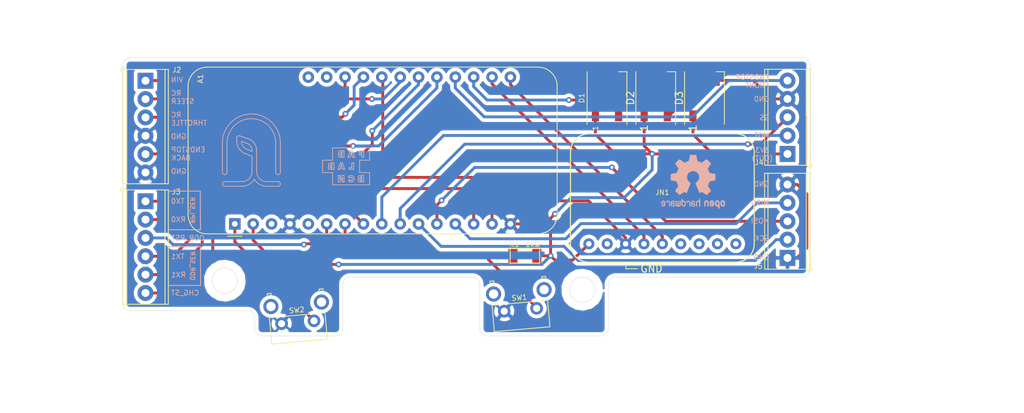
<source format=kicad_pcb>
(kicad_pcb (version 20211014) (generator pcbnew)
  (layers (0 "F.Cu" signal) (31 "B.Cu" signal) (34 "B.Paste" user) (35 "F.Paste" user) (36 "B.SilkS" user "B.Silkscreen") (37 "F.SilkS" user "F.Silkscreen") (38 "B.Mask" user) (39 "F.Mask" user) (44 "Edge.Cuts" user))
  (net 0 "")
  (net 1 "LED_DIN")
  (net 2 "ENDSTOP_BACK")
  (net 3 "ENDSTOP_FRONT")
  (net 4 "RST_BUTTON")
  (net 5 "3V3")
  (net 6 "GND")
  (net 7 "ODRIVE_RST")
  (net 8 "USER_BUTTON")
  (net 9 "CHG_ST_HOME")
  (net 10 "SDA")
  (net 11 "SCL")
  (net 12 "RC_STR")
  (net 13 "RC_THROTTLE")
  (net 14 "ADNS_MOT")
  (net 15 "ADNS_SS")
  (net 16 "SCK")
  (net 17 "MISO")
  (net 18 "MOSI")
  (net 19 "5V")
  (net 20 "Net-(D1-Pad2)")
  (net 21 "Net-(D2-Pad2)")
  (net 22 "TX0")
  (net 23 "RX0")
  (net 24 "RX1")
  (net 25 "TX1")
  (footprint "Module:Adafruit_Feather" (layer "F.Cu") (at 96 74.39 90)
    (fp_text reference "A1" (at 20.09 -4.75 90) (layer "F.SilkS") (effects (font (size 0.7 0.7) (thickness 0.1))))
    (fp_text value "Adafruit_Feather_M0_Basic_Proto")
    (pad "1" thru_hole rect locked (at 0 0 270) (size 1.6 1.6) (drill 0.8) (layers *.Cu *.Mask) (net 4 "RST_BUTTON"))
    (pad "2" thru_hole circle locked (at 0 2.54 270) (size 1.6 1.6) (drill 0.8) (layers *.Cu *.Mask) (net 5 "3V3"))
    (pad "3" thru_hole circle locked (at 0 5.08 270) (size 1.6 1.6) (drill 0.8) (layers *.Cu *.Mask))
    (pad "4" thru_hole circle locked (at 0 7.62 270) (size 1.6 1.6) (drill 0.8) (layers *.Cu *.Mask) (net 6 "GND"))
    (pad "5" thru_hole circle locked (at 0 10.16 270) (size 1.6 1.6) (drill 0.8) (layers *.Cu *.Mask))
    (pad "6" thru_hole circle locked (at 0 12.7 270) (size 1.6 1.6) (drill 0.8) (layers *.Cu *.Mask) (net 7 "ODRIVE_RST"))
    (pad "7" thru_hole circle locked (at 0 15.24 270) (size 1.6 1.6) (drill 0.8) (layers *.Cu *.Mask) (net 8 "USER_BUTTON"))
    (pad "8" thru_hole circle locked (at 0 17.78 270) (size 1.6 1.6) (drill 0.8) (layers *.Cu *.Mask) (net 9 "CHG_ST_HOME"))
    (pad "9" thru_hole circle locked (at 0 20.32 270) (size 1.6 1.6) (drill 0.8) (layers *.Cu *.Mask) (net 14 "ADNS_MOT"))
    (pad "10" thru_hole circle locked (at 0 22.86 270) (size 1.6 1.6) (drill 0.8) (layers *.Cu *.Mask) (net 15 "ADNS_SS"))
    (pad "11" thru_hole circle locked (at 0 25.4 270) (size 1.6 1.6) (drill 0.8) (layers *.Cu *.Mask) (net 16 "SCK"))
    (pad "12" thru_hole circle locked (at 0 27.94 270) (size 1.6 1.6) (drill 0.8) (layers *.Cu *.Mask) (net 18 "MOSI"))
    (pad "13" thru_hole circle locked (at 0 30.48 270) (size 1.6 1.6) (drill 0.8) (layers *.Cu *.Mask) (net 17 "MISO"))
    (pad "14" thru_hole circle locked (at 0 33.02 270) (size 1.6 1.6) (drill 0.8) (layers *.Cu *.Mask) (net 24 "RX1"))
    (pad "15" thru_hole circle locked (at 0 35.56 270) (size 1.6 1.6) (drill 0.8) (layers *.Cu *.Mask) (net 25 "TX1"))
    (pad "16" thru_hole circle locked (at 0 38.1 270) (size 1.6 1.6) (drill 0.8) (layers *.Cu *.Mask) (net 6 "GND"))
    (pad "17" thru_hole circle locked (at 20.32 38.1 270) (size 1.6 1.6) (drill 0.8) (layers *.Cu *.Mask) (net 10 "SDA"))
    (pad "18" thru_hole circle locked (at 20.32 35.56 270) (size 1.6 1.6) (drill 0.8) (layers *.Cu *.Mask) (net 11 "SCL"))
    (pad "19" thru_hole circle locked (at 20.32 33.02 270) (size 1.6 1.6) (drill 0.8) (layers *.Cu *.Mask) (net 1 "LED_DIN"))
    (pad "20" thru_hole circle locked (at 20.32 30.48 270) (size 1.6 1.6) (drill 0.8) (layers *.Cu *.Mask) (net 3 "ENDSTOP_FRONT"))
    (pad "21" thru_hole circle locked (at 20.32 27.94 270) (size 1.6 1.6) (drill 0.8) (layers *.Cu *.Mask) (net 2 "ENDSTOP_BACK"))
    (pad "22" thru_hole circle locked (at 20.32 25.4 270) (size 1.6 1.6) (drill 0.8) (layers *.Cu *.Mask) (net 22 "TX0"))
    (pad "23" thru_hole circle locked (at 20.32 22.86 270) (size 1.6 1.6) (drill 0.8) (layers *.Cu *.Mask) (net 12 "RC_STR"))
    (pad "24" thru_hole circle locked (at 20.32 20.32 270) (size 1.6 1.6) (drill 0.8) (layers *.Cu *.Mask) (net 23 "RX0"))
    (pad "25" thru_hole circle locked (at 20.32 17.78 270) (size 1.6 1.6) (drill 0.8) (layers *.Cu *.Mask) (net 13 "RC_THROTTLE"))
    (pad "26" thru_hole circle locked (at 20.32 15.24 270) (size 1.6 1.6) (drill 0.8) (layers *.Cu *.Mask) (net 19 "5V"))
    (pad "27" thru_hole circle locked (at 20.32 12.7 270) (size 1.6 1.6) (drill 0.8) (layers *.Cu *.Mask))
    (pad "28" thru_hole circle locked (at 20.32 10.16 270) (size 1.6 1.6) (drill 0.8) (layers *.Cu *.Mask))
  )
  (footprint "fab:fab-R1206FAB" (layer "F.Cu") (at 136.1 78.8 180)
    (fp_text reference "R1" (at 1.45 1.6) (layer "F.SilkS") (effects (font (size 0.7 0.7) (thickness 0.1))))
    (fp_text value "1kΩ" (at -1.1 1.6) (layer "F.SilkS") (effects (font (size 0.7 0.7) (thickness 0.1))))
    (pad "1" smd rect locked (at -1.651 0 180) (size 1.27 1.905) (layers "F.Cu" "F.Paste" "F.Mask") (net 5 "3V3"))
    (pad "2" smd rect locked (at 1.651 0 180) (size 1.27 1.905) (layers "F.Cu" "F.Paste" "F.Mask") (net 8 "USER_BUTTON"))
  )
  (footprint "TerminalBlock_Phoenix:TerminalBlock_Phoenix_MPT-0,5-6-2.54_1x06_P2.54mm_Horizontal" (layer "F.Cu") (at 83.65 71.25 -90)
    (fp_text reference "J3" (at -1.3 -4.25) (layer "F.SilkS") (effects (font (size 0.7 0.7) (thickness 0.1))))
    (fp_text value "Screw_Terminal_01x06")
    (pad "1" thru_hole rect locked (at 0 0 270) (size 2.2 2.2) (drill 1.1) (layers *.Cu *.Mask) (net 22 "TX0"))
    (pad "2" thru_hole circle locked (at 2.54 0 270) (size 2.2 2.2) (drill 1.1) (layers *.Cu *.Mask) (net 23 "RX0"))
    (pad "3" thru_hole circle locked (at 5.08 0 270) (size 2.2 2.2) (drill 1.1) (layers *.Cu *.Mask) (net 7 "ODRIVE_RST"))
    (pad "4" thru_hole circle locked (at 7.62 0 270) (size 2.2 2.2) (drill 1.1) (layers *.Cu *.Mask) (net 25 "TX1"))
    (pad "5" thru_hole circle locked (at 10.16 0 270) (size 2.2 2.2) (drill 1.1) (layers *.Cu *.Mask) (net 24 "RX1"))
    (pad "6" thru_hole circle locked (at 12.7 0 270) (size 2.2 2.2) (drill 1.1) (layers *.Cu *.Mask) (net 9 "CHG_ST_HOME"))
  )
  (footprint "LED_SMD:LED_WS2812B_PLCC4_5.0x5.0mm_P3.2mm" (layer "F.Cu") (at 147.45 56.975 90)
    (fp_text reference "D1" (at 0 -3.5 90) (layer "F.SilkS") (effects (font (size 0.7 0.7) (thickness 0.1))))
    (fp_text value "WS2812B")
    (fp_text user "1" (at -4.15 -1.6 90) (layer "F.SilkS") (effects (font (size 0.7 0.7) (thickness 0.1))))
    (pad "1" smd rect locked (at -2.45 -1.6 90) (size 1.5 1) (layers "F.Cu" "F.Paste" "F.Mask") (net 5 "3V3"))
    (pad "2" smd rect locked (at -2.45 1.6 90) (size 1.5 1) (layers "F.Cu" "F.Paste" "F.Mask") (net 20 "Net-(D1-Pad2)"))
    (pad "3" smd rect locked (at 2.45 1.6 90) (size 1.5 1) (layers "F.Cu" "F.Paste" "F.Mask") (net 6 "GND"))
    (pad "4" smd rect locked (at 2.45 -1.6 90) (size 1.5 1) (layers "F.Cu" "F.Paste" "F.Mask") (net 1 "LED_DIN"))
  )
  (footprint "TerminalBlock_Phoenix:TerminalBlock_Phoenix_MPT-0,5-6-2.54_1x06_P2.54mm_Horizontal" (layer "F.Cu") (at 83.65 54.575 -90)
    (fp_text reference "J2" (at -1.5 -4.325 180) (layer "F.SilkS") (effects (font (size 0.7 0.7) (thickness 0.1))))
    (fp_text value "Screw_Terminal_01x06")
    (pad "1" thru_hole rect locked (at 0 0 270) (size 2.2 2.2) (drill 1.1) (layers *.Cu *.Mask) (net 19 "5V"))
    (pad "2" thru_hole circle locked (at 2.54 0 270) (size 2.2 2.2) (drill 1.1) (layers *.Cu *.Mask) (net 12 "RC_STR"))
    (pad "3" thru_hole circle locked (at 5.08 0 270) (size 2.2 2.2) (drill 1.1) (layers *.Cu *.Mask) (net 13 "RC_THROTTLE"))
    (pad "4" thru_hole circle locked (at 7.62 0 270) (size 2.2 2.2) (drill 1.1) (layers *.Cu *.Mask) (net 6 "GND"))
    (pad "5" thru_hole circle locked (at 10.16 0 270) (size 2.2 2.2) (drill 1.1) (layers *.Cu *.Mask) (net 2 "ENDSTOP_BACK"))
    (pad "6" thru_hole circle locked (at 12.7 0 270) (size 2.2 2.2) (drill 1.1) (layers *.Cu *.Mask) (net 6 "GND"))
  )
  (footprint "TerminalBlock_Phoenix:TerminalBlock_Phoenix_MPT-0,5-5-2.54_1x05_P2.54mm_Horizontal" (layer "F.Cu") (at 172.4 64.71 90)
    (fp_text reference "J4" (at -1.19 -3.9 180) (layer "F.SilkS") (effects (font (size 0.7 0.7) (thickness 0.1))))
    (fp_text value "Screw_Terminal_01x05")
    (pad "1" thru_hole rect locked (at 0 0 90) (size 2.2 2.2) (drill 1.1) (layers *.Cu *.Mask) (net 5 "3V3"))
    (pad "2" thru_hole circle locked (at 2.54 0 90) (size 2.2 2.2) (drill 1.1) (layers *.Cu *.Mask) (net 14 "ADNS_MOT"))
    (pad "3" thru_hole circle locked (at 5.08 0 90) (size 2.2 2.2) (drill 1.1) (layers *.Cu *.Mask) (net 15 "ADNS_SS"))
    (pad "4" thru_hole circle locked (at 7.62 0 90) (size 2.2 2.2) (drill 1.1) (layers *.Cu *.Mask) (net 6 "GND"))
    (pad "5" thru_hole circle locked (at 10.16 0 90) (size 2.2 2.2) (drill 1.1) (layers *.Cu *.Mask) (net 3 "ENDSTOP_FRONT"))
  )
  (footprint "TerminalBlock_Phoenix:TerminalBlock_Phoenix_MPT-0,5-5-2.54_1x05_P2.54mm_Horizontal" (layer "F.Cu") (at 172.4 79.1 90)
    (fp_text reference "J5" (at -1.15 -4.05 180) (layer "F.SilkS") (effects (font (size 0.7 0.7) (thickness 0.1))))
    (fp_text value "Screw_Terminal_01x05")
    (pad "1" thru_hole rect locked (at 0 0 90) (size 2.2 2.2) (drill 1.1) (layers *.Cu *.Mask) (net 6 "GND"))
    (pad "2" thru_hole circle locked (at 2.54 0 90) (size 2.2 2.2) (drill 1.1) (layers *.Cu *.Mask) (net 16 "SCK"))
    (pad "3" thru_hole circle locked (at 5.08 0 90) (size 2.2 2.2) (drill 1.1) (layers *.Cu *.Mask) (net 18 "MOSI"))
    (pad "4" thru_hole circle locked (at 7.62 0 90) (size 2.2 2.2) (drill 1.1) (layers *.Cu *.Mask) (net 17 "MISO"))
    (pad "5" thru_hole circle locked (at 10.16 0 90) (size 2.2 2.2) (drill 1.1) (layers *.Cu *.Mask) (net 6 "GND"))
  )
  (footprint "Button_Switch_THT:SW_Tactile_SPST_Angled_PTS645Vx58-2LFS" (layer "F.Cu") (at 106.95 87.8 -175)
    (fp_text reference "SW2" (at 2.25 1.68 5) (layer "F.SilkS") (effects (font (size 0.7 0.7) (thickness 0.1))))
    (fp_text value "SW_SPST")
    (pad "" thru_hole circle locked (at -1.25 2.49 185) (size 2.1 2.1) (drill 1.3) (layers *.Cu *.Mask))
    (pad "" thru_hole circle locked (at 5.76 2.49 185) (size 2.1 2.1) (drill 1.3) (layers *.Cu *.Mask))
    (pad "1" thru_hole circle locked (at 0 0 185) (size 1.75 1.75) (drill 0.99) (layers *.Cu *.Mask) (net 4 "RST_BUTTON"))
    (pad "2" thru_hole circle locked (at 4.5 0 185) (size 1.75 1.75) (drill 0.99) (layers *.Cu *.Mask) (net 6 "GND"))
  )
  (footprint "Button_Switch_THT:SW_Tactile_SPST_Angled_PTS645Vx83-2LFS" (layer "F.Cu") (at 137.725 86.075 -175)
    (fp_text reference "SW1" (at 2.25 1.68 5) (layer "F.SilkS") (effects (font (size 0.7 0.7) (thickness 0.1))))
    (fp_text value "SW_SPST")
    (pad "" thru_hole circle locked (at -1.25 2.49 185) (size 2.1 2.1) (drill 1.3) (layers *.Cu *.Mask))
    (pad "" thru_hole circle locked (at 5.76 2.49 185) (size 2.1 2.1) (drill 1.3) (layers *.Cu *.Mask))
    (pad "1" thru_hole circle locked (at 0 0 185) (size 1.75 1.75) (drill 0.99) (layers *.Cu *.Mask) (net 8 "USER_BUTTON"))
    (pad "2" thru_hole circle locked (at 4.5 0 185) (size 1.75 1.75) (drill 0.99) (layers *.Cu *.Mask) (net 6 "GND"))
  )
  (footprint "LED_SMD:LED_WS2812B_PLCC4_5.0x5.0mm_P3.2mm" (layer "F.Cu") (at 160.925 56.975 90)
    (fp_text reference "D3" (at 0 -3.5 90) (layer "F.SilkS"))
    (fp_text value "WS2812B")
    (fp_text user "1" (at -4.15 -1.6 90) (layer "F.SilkS"))
    (pad "1" smd rect locked (at -2.45 -1.6 90) (size 1.5 1) (layers "F.Cu" "F.Paste" "F.Mask") (net 5 "3V3"))
    (pad "2" smd rect locked (at -2.45 1.6 90) (size 1.5 1) (layers "F.Cu" "F.Paste" "F.Mask"))
    (pad "3" smd rect locked (at 2.45 1.6 90) (size 1.5 1) (layers "F.Cu" "F.Paste" "F.Mask") (net 6 "GND"))
    (pad "4" smd rect locked (at 2.45 -1.6 90) (size 1.5 1) (layers "F.Cu" "F.Paste" "F.Mask") (net 21 "Net-(D2-Pad2)"))
  )
  (footprint "fab:Adafruit-LSM6DSOX-PCB" (layer "F.Cu") (at 155.1 77.15)
    (fp_text reference "JN1" (at 0 -7.112) (layer "F.SilkS") (effects (font (size 0.7 0.7) (thickness 0.1))))
    (fp_text value "ACCEL")
    (pad "1" thru_hole circle locked (at -10.16 0) (size 1.524 1.524) (drill 0.762) (layers *.Cu *.Mask) (net 5 "3V3"))
    (pad "2" thru_hole circle locked (at -7.62 0) (size 1.524 1.524) (drill 0.762) (layers *.Cu *.Mask))
    (pad "3" thru_hole circle locked (at -5.08 0) (size 1.524 1.524) (drill 0.762) (layers *.Cu *.Mask) (net 6 "GND"))
    (pad "4" thru_hole circle locked (at -2.54 0) (size 1.524 1.524) (drill 0.762) (layers *.Cu *.Mask) (net 11 "SCL"))
    (pad "5" thru_hole circle locked (at 0 0) (size 1.524 1.524) (drill 0.762) (layers *.Cu *.Mask) (net 10 "SDA"))
    (pad "6" thru_hole circle locked (at 2.54 0) (size 1.524 1.524) (drill 0.762) (layers *.Cu *.Mask))
    (pad "7" thru_hole circle locked (at 5.08 0) (size 1.524 1.524) (drill 0.762) (layers *.Cu *.Mask))
    (pad "8" thru_hole circle locked (at 7.62 0) (size 1.524 1.524) (drill 0.762) (layers *.Cu *.Mask))
    (pad "9" thru_hole circle locked (at 10.16 0) (size 1.524 1.524) (drill 0.762) (layers *.Cu *.Mask))
  )
  (footprint "LED_SMD:LED_WS2812B_PLCC4_5.0x5.0mm_P3.2mm" (layer "F.Cu") (at 154.1875 56.975 90)
    (fp_text reference "D2" (at 0 -3.5 90) (layer "F.SilkS"))
    (fp_text value "WS2812B")
    (fp_text user "1" (at -4.15 -1.6 90) (layer "F.SilkS"))
    (pad "1" smd rect locked (at -2.45 -1.6 90) (size 1.5 1) (layers "F.Cu" "F.Paste" "F.Mask") (net 5 "3V3"))
    (pad "2" smd rect locked (at -2.45 1.6 90) (size 1.5 1) (layers "F.Cu" "F.Paste" "F.Mask") (net 21 "Net-(D2-Pad2)"))
    (pad "3" smd rect locked (at 2.45 1.6 90) (size 1.5 1) (layers "F.Cu" "F.Paste" "F.Mask") (net 6 "GND"))
    (pad "4" smd rect locked (at 2.45 -1.6 90) (size 1.5 1) (layers "F.Cu" "F.Paste" "F.Mask") (net 20 "Net-(D1-Pad2)"))
  )
  (footprint "Symbol:OSHW-Logo2_9.8x8mm_SilkScreen" (layer "B.Cu") (at 159.35 68.55 180)
    (fp_text reference "OSH1" hide)
    (fp_text value "Logo_Open_Hardware_Small" hide)
  )
  (footprint "logos:ROMI_LOGO" (layer "B.Cu") (at 98.3 65.55 180)
    (fp_text reference "U2")
    (fp_text value "romi")
  )
  (footprint "logos:fablab" (layer "B.Cu") (at 111.7 70.8 180)
    (fp_text reference "U1" hide)
    (fp_text value "fablab")
  )
  (gr_line (start 91.25 77.55) (end 91.275 82.9) (layer "B.SilkS") (width 0.12))
  (gr_line (start 86.8 77.55) (end 91.25 77.55) (layer "B.SilkS") (width 0.12))
  (gr_line (start 86.825 82.9) (end 91.275 82.9) (layer "B.SilkS") (width 0.12))
  (gr_line (start 91.25 75.2) (end 86.775 75.2) (layer "B.SilkS") (width 0.12))
  (gr_line (start 86.775 69.85) (end 91.225 69.85) (layer "B.SilkS") (width 0.12))
  (gr_line (start 91.225 69.85) (end 91.25 75.2) (layer "B.SilkS") (width 0.12))
  (gr_line (start 150.05 79.85) (end 150.05 80.6) (layer "F.SilkS") (width 0.12))
  (gr_line (start 150.05 80.6) (end 151.65 80.6) (layer "F.SilkS") (width 0.12))
  (gr_line (start 80.5 52.4) (end 80.5 85.4) (layer "Edge.Cuts") (width 0.05))
  (gr_arc (start 80.5 52.4) (mid 80.792893 51.692893) (end 81.5 51.4) (layer "Edge.Cuts") (width 0.05))
  (gr_circle (center 144.05 83.5) (end 145.8 83.5) (layer "Edge.Cuts") (width 0.05) (fill none))
  (gr_arc (start 97.75 86.4) (mid 98.457107 86.692893) (end 98.75 87.4) (layer "Edge.Cuts") (width 0.05))
  (gr_arc (start 110.95 88.9) (mid 110.657107 89.607107) (end 109.95 89.9) (layer "Edge.Cuts") (width 0.05))
  (gr_line (start 175.55 52.4) (end 175.5 80.75) (layer "Edge.Cuts") (width 0.05))
  (gr_line (start 81.5 86.4) (end 97.75 86.4) (layer "Edge.Cuts") (width 0.05))
  (gr_line (start 128.85 81.75) (end 111.95 81.75) (layer "Edge.Cuts") (width 0.05))
  (gr_arc (start 128.85 81.75) (mid 129.557107 82.042893) (end 129.85 82.75) (layer "Edge.Cuts") (width 0.05))
  (gr_line (start 148.8 81.75) (end 148.65 81.75) (layer "Edge.Cuts") (width 0.05))
  (gr_arc (start 99.75 89.9) (mid 99.042893 89.607107) (end 98.75 88.9) (layer "Edge.Cuts") (width 0.05))
  (gr_line (start 109.95 89.9) (end 99.75 89.9) (layer "Edge.Cuts") (width 0.05))
  (gr_line (start 174.55 51.4) (end 81.5 51.4) (layer "Edge.Cuts") (width 0.05))
  (gr_arc (start 147.65 82.75) (mid 147.942893 82.042893) (end 148.65 81.75) (layer "Edge.Cuts") (width 0.05))
  (gr_line (start 147.65 82.75) (end 147.65 88.9) (layer "Edge.Cuts") (width 0.05))
  (gr_line (start 98.75 88.9) (end 98.75 87.4) (layer "Edge.Cuts") (width 0.05))
  (gr_arc (start 174.55 51.4) (mid 175.257107 51.692893) (end 175.55 52.4) (layer "Edge.Cuts") (width 0.05))
  (gr_arc (start 81.5 86.4) (mid 80.792893 86.107107) (end 80.5 85.4) (layer "Edge.Cuts") (width 0.05))
  (gr_arc (start 147.65 88.9) (mid 147.357107 89.607107) (end 146.65 89.9) (layer "Edge.Cuts") (width 0.05))
  (gr_arc (start 110.95 82.75) (mid 111.242893 82.042893) (end 111.95 81.75) (layer "Edge.Cuts") (width 0.05))
  (gr_arc (start 130.85 89.9) (mid 130.142893 89.607107) (end 129.85 88.9) (layer "Edge.Cuts") (width 0.05))
  (gr_circle (center 94.6 82.25) (end 96.35 82.25) (layer "Edge.Cuts") (width 0.05) (fill none))
  (gr_line (start 146.65 89.9) (end 130.85 89.9) (layer "Edge.Cuts") (width 0.05))
  (gr_line (start 174.5 81.75) (end 148.8 81.75) (layer "Edge.Cuts") (width 0.05))
  (gr_arc (start 175.5 80.75) (mid 175.207107 81.457107) (end 174.5 81.75) (layer "Edge.Cuts") (width 0.05))
  (gr_line (start 110.95 82.75) (end 110.95 88.9) (layer "Edge.Cuts") (width 0.05))
  (gr_line (start 129.85 88.9) (end 129.85 82.75) (layer "Edge.Cuts") (width 0.05))
  (gr_text "ENDSTOP\nBACK" (at 87.133334 64.685) (layer "B.SilkS") (effects (font (size 0.7 0.7) (thickness 0.1)) (justify right mirror)))
  (gr_text "RX0" (at 88.2 73.776) (layer "B.SilkS") (effects (font (size 0.7 0.7) (thickness 0.1)) (justify mirror)))
  (gr_text "CHG_ST" (at 89.116667 83.93) (layer "B.SilkS") (effects (font (size 0.7 0.7) (thickness 0.1)) (justify mirror)))
  (gr_text "ODR_RST" (at 89.525 76.352) (layer "B.SilkS") (effects (font (size 0.7 0.7) (thickness 0.1)) (justify mirror)))
  (gr_text "RC\nSTEER" (at 87.133334 56.865) (layer "B.SilkS") (effects (font (size 0.7 0.7) (thickness 0.1)) (justify right mirror)))
  (gr_text "GND" (at 88.25 67.1) (layer "B.SilkS") (effects (font (size 0.7 0.7) (thickness 0.1)) (justify mirror)))
  (gr_text "SS" (at 169.216667 59.7) (layer "B.SilkS") (effects (font (size 0.7 0.7) (thickness 0.1)) (justify mirror)))
  (gr_text "ENDSTOP\nFRONT" (at 169.933334 54.65) (layer "B.SilkS") (effects (font (size 0.7 0.7) (thickness 0.1)) (justify left mirror)))
  (gr_text "GND" (at 168.816667 79.025) (layer "B.SilkS") (effects (font (size 0.7 0.7) (thickness 0.1)) (justify mirror)))
  (gr_text "ODR_SER" (at 90.15 80.2 -90) (layer "B.SilkS") (effects (font (size 0.6 0.6) (thickness 0.1)) (justify mirror)))
  (gr_text "3V3\n(OUT)" (at 168.916667 64.75) (layer "B.SilkS") (effects (font (size 0.7 0.7) (thickness 0.1)) (justify mirror)))
  (gr_text "SCK" (at 168.85 76.375) (layer "B.SilkS") (effects (font (size 0.7 0.7) (thickness 0.1)) (justify mirror)))
  (gr_text "RC\nTHROTTLE" (at 87.133334 59.855) (layer "B.SilkS") (effects (font (size 0.7 0.7) (thickness 0.1)) (justify right mirror)))
  (gr_text "GND" (at 168.816667 57.1) (layer "B.SilkS") (effects (font (size 0.7 0.7) (thickness 0.1)) (justify mirror)))
  (gr_text "MOT" (at 168.85 62.15) (layer "B.SilkS") (effects (font (size 0.7 0.7) (thickness 0.1)) (justify mirror)))
  (gr_text "RX1" (at 88.2 81.429) (layer "B.SilkS") (effects (font (size 0.7 0.7) (thickness 0.1)) (justify mirror)))
  (gr_text "GND" (at 168.816667 68.875) (layer "B.SilkS") (effects (font (size 0.7 0.7) (thickness 0.1)) (justify mirror)))
  (gr_text "VIN" (at 88.016667 54.45) (layer "B.SilkS") (effects (font (size 0.7 0.7) (thickness 0.1)) (justify mirror)))
  (gr_text "RPI_SER" (at 90.125 72.5 -90) (layer "B.SilkS") (effects (font (size 0.6 0.6) (thickness 0.1)) (justify mirror)))
  (gr_text "TX1" (at 88.116667 78.903) (layer "B.SilkS") (effects (font (size 0.7 0.7) (thickness 0.1)) (justify mirror)))
  (gr_text "TX0" (at 88.116667 71.25) (layer "B.SilkS") (effects (font (size 0.7 0.7) (thickness 0.1)) (justify mirror)))
  (gr_text "MISO" (at 168.616667 71.475) (layer "B.SilkS") (effects (font (size 0.7 0.7) (thickness 0.1)) (justify mirror)))
  (gr_text "GND" (at 88.25 62.27) (layer "B.SilkS") (effects (font (size 0.7 0.7) (thickness 0.1)) (justify mirror)))
  (gr_text "MOSI" (at 168.616667 73.975) (layer "B.SilkS") (effects (font (size 0.7 0.7) (thickness 0.1)) (justify mirror)))
  (gr_text "GND" (at 153.6 80.6) (layer "F.SilkS") (effects (font (size 1 1))))
  (segment (start 143.125 57.25) (end 145.85 54.525) (width 0.4) (layer "F.Cu") (net 1))
  (segment (start 142.175 57.25) (end 143.125 57.25) (width 0.4) (layer "F.Cu") (net 1))
  (via (at 142.175 57.25) (size 0.8) (drill 0.4) (layers "F.Cu" "B.Cu") (net 1))
  (segment (start 129.02 55.395) (end 130.875 57.25) (width 0.4) (layer "B.Cu") (net 1))
  (segment (start 130.875 57.25) (end 142.175 57.25) (width 0.4) (layer "B.Cu") (net 1))
  (segment (start 129.02 54.07) (end 129.02 55.395) (width 0.4) (layer "B.Cu") (net 1))
  (segment (start 83.65 64.71) (end 83.66 64.7) (width 0.4) (layer "F.Cu") (net 2))
  (segment (start 83.66 64.7) (end 85.4 64.7) (width 0.4) (layer "F.Cu") (net 2))
  (segment (start 85.4 64.7) (end 86.5 63.6) (width 0.4) (layer "F.Cu") (net 2))
  (segment (start 86.5 63.6) (end 112.35 63.6) (width 0.4) (layer "F.Cu") (net 2))
  (via (at 112.35 63.6) (size 0.8) (drill 0.4) (layers "F.Cu" "B.Cu") (net 2))
  (segment (start 123.94 54.07) (end 123.94 55.56) (width 0.4) (layer "B.Cu") (net 2))
  (segment (start 123.94 55.56) (end 115.9 63.6) (width 0.4) (layer "B.Cu") (net 2))
  (segment (start 115.9 63.6) (end 112.35 63.6) (width 0.4) (layer "B.Cu") (net 2))
  (segment (start 126.48 55.58) (end 130.475 59.575) (width 0.4) (layer "B.Cu") (net 3))
  (segment (start 130.475 59.575) (end 159.225 59.575) (width 0.4) (layer "B.Cu") (net 3))
  (segment (start 159.225 59.575) (end 164.25 54.55) (width 0.4) (layer "B.Cu") (net 3))
  (segment (start 126.48 54.48) (end 126.48 55.58) (width 0.4) (layer "B.Cu") (net 3))
  (segment (start 164.25 54.55) (end 172.4 54.55) (width 0.4) (layer "B.Cu") (net 3))
  (segment (start 96 74.39) (end 96 76.85) (width 0.4) (layer "F.Cu") (net 4))
  (segment (start 96 76.85) (end 106.95 87.8) (width 0.4) (layer "F.Cu") (net 4))
  (segment (start 142.69 79.4) (end 140.25001 79.4) (width 0.4) (layer "F.Cu") (net 5))
  (segment (start 101.9 80) (end 110.35 80) (width 0.4) (layer "F.Cu") (net 5))
  (segment (start 98.54 76.64) (end 101.9 80) (width 0.4) (layer "F.Cu") (net 5))
  (segment (start 140.25001 79.4) (end 139.650019 78.800009) (width 0.4) (layer "F.Cu") (net 5))
  (segment (start 152.5875 63.587488) (end 153.7 64.699988) (width 0.4) (layer "F.Cu") (net 5))
  (segment (start 172.4 64.71) (end 162.035 64.71) (width 0.4) (layer "F.Cu") (net 5))
  (segment (start 139.65001 78.8) (end 139.650019 78.800009) (width 0.4) (layer "F.Cu") (net 5))
  (segment (start 162.035 64.71) (end 153.710012 64.71) (width 0.4) (layer "F.Cu") (net 5))
  (segment (start 159.325 59.425) (end 159.325 62) (width 0.4) (layer "F.Cu") (net 5))
  (segment (start 137.751 78.8) (end 139.65001 78.8) (width 0.4) (layer "F.Cu") (net 5))
  (segment (start 148.574988 64.699988) (end 153.7 64.699988) (width 0.4) (layer "F.Cu") (net 5))
  (segment (start 145.85 59.425) (end 145.85 61.975) (width 0.4) (layer "F.Cu") (net 5))
  (segment (start 144.94 77.15) (end 142.69 79.4) (width 0.4) (layer "F.Cu") (net 5))
  (segment (start 145.85 61.975) (end 148.574988 64.699988) (width 0.4) (layer "F.Cu") (net 5))
  (segment (start 139.650019 73.599981) (end 140.25 73) (width 0.4) (layer "F.Cu") (net 5))
  (segment (start 139.650019 78.800009) (end 139.650019 73.599981) (width 0.4) (layer "F.Cu") (net 5))
  (segment (start 159.325 62) (end 162.035 64.71) (width 0.4) (layer "F.Cu") (net 5))
  (segment (start 153.710012 64.71) (end 153.7 64.699988) (width 0.4) (layer "F.Cu") (net 5))
  (segment (start 98.54 74.8) (end 98.54 76.64) (width 0.4) (layer "F.Cu") (net 5))
  (segment (start 152.5875 59.425) (end 152.5875 63.587488) (width 0.4) (layer "F.Cu") (net 5))
  (via (at 139.650019 78.800009) (size 0.8) (drill 0.4) (layers "F.Cu" "B.Cu") (net 5))
  (via (at 153.7 64.699988) (size 0.8) (drill 0.4) (layers "F.Cu" "B.Cu") (net 5))
  (via (at 110.35 80) (size 0.8) (drill 0.4) (layers "F.Cu" "B.Cu") (net 5))
  (via (at 140.25 73) (size 0.8) (drill 0.4) (layers "F.Cu" "B.Cu") (net 5))
  (segment (start 138.450028 80) (end 139.650019 78.800009) (width 0.4) (layer "B.Cu") (net 5))
  (segment (start 149.85 70.75) (end 142.5 70.75) (width 0.4) (layer "B.Cu") (net 5))
  (segment (start 153.7 66.9) (end 149.85 70.75) (width 0.4) (layer "B.Cu") (net 5))
  (segment (start 153.7 64.699988) (end 153.7 66.9) (width 0.4) (layer "B.Cu") (net 5))
  (segment (start 142.5 70.75) (end 140.25 73) (width 0.4) (layer "B.Cu") (net 5))
  (segment (start 110.35 80) (end 138.450028 80) (width 0.4) (layer "B.Cu") (net 5))
  (segment (start 150.02 76.32) (end 150.02 77.15) (width 0.4) (layer "F.Cu") (net 6))
  (segment (start 170.215 57.09) (end 172.4 57.09) (width 0.4) (layer "F.Cu") (net 6))
  (segment (start 174.875 66.465) (end 174.875 59.565) (width 0.4) (layer "F.Cu") (net 6))
  (segment (start 157.7875 52.525) (end 160.525 52.525) (width 0.4) (layer "F.Cu") (net 6))
  (segment (start 160.525 52.525) (end 162.525 54.525) (width 0.4) (layer "F.Cu") (net 6))
  (segment (start 172.4 57.09) (end 172.39 57.1) (width 0.4) (layer "F.Cu") (net 6))
  (segment (start 173.7 79.1) (end 175.080334 77.719666) (width 0.4) (layer "F.Cu") (net 6))
  (segment (start 167.65 54.525) (end 170.215 57.09) (width 0.4) (layer "F.Cu") (net 6))
  (segment (start 136.31 74.39) (end 139.5 71.2) (width 0.4) (layer "F.Cu") (net 6))
  (segment (start 139.5 71.2) (end 144.9 71.2) (width 0.4) (layer "F.Cu") (net 6))
  (segment (start 144.9 71.2) (end 150.02 76.32) (width 0.4) (layer "F.Cu") (net 6))
  (segment (start 175.080334 77.719666) (end 175.080334 70.255334) (width 0.4) (layer "F.Cu") (net 6))
  (segment (start 155.7875 54.525) (end 157.7875 52.525) (width 0.4) (layer "F.Cu") (net 6))
  (segment (start 175.080334 70.255334) (end 173.765 68.94) (width 0.4) (layer "F.Cu") (net 6))
  (segment (start 162.525 54.525) (end 167.65 54.525) (width 0.4) (layer "F.Cu") (net 6))
  (segment (start 173.765 68.94) (end 172.4 68.94) (width 0.4) (layer "F.Cu") (net 6))
  (segment (start 172.4 79.1) (end 173.7 79.1) (width 0.4) (layer "F.Cu") (net 6))
  (segment (start 174.875 59.565) (end 172.4 57.09) (width 0.4) (layer "F.Cu") (net 6))
  (segment (start 149.05 54.525) (end 149.95 54.525) (width 0.4) (layer "F.Cu") (net 6))
  (segment (start 149.95 54.525) (end 152.05 52.425) (width 0.4) (layer "F.Cu") (net 6))
  (segment (start 153.6875 52.425) (end 155.7875 54.525) (width 0.4) (layer "F.Cu") (net 6))
  (segment (start 134.1 74.39) (end 136.31 74.39) (width 0.4) (layer "F.Cu") (net 6))
  (segment (start 152.05 52.425) (end 153.6875 52.425) (width 0.4) (layer "F.Cu") (net 6))
  (segment (start 172.4 68.94) (end 174.875 66.465) (width 0.4) (layer "F.Cu") (net 6))
  (segment (start 108.7 76.15) (end 107.71 77.14) (width 0.4) (layer "F.Cu") (net 7))
  (segment (start 108.7 74.39) (end 108.7 76.15) (width 0.4) (layer "F.Cu") (net 7))
  (segment (start 105.66 77.14) (end 105.55 77.25) (width 0.4) (layer "F.Cu") (net 7))
  (segment (start 107.71 77.14) (end 105.66 77.14) (width 0.4) (layer "F.Cu") (net 7))
  (via (at 105.55 77.25) (size 0.8) (drill 0.4) (layers "F.Cu" "B.Cu") (net 7))
  (segment (start 87.45 77.25) (end 86.53 76.33) (width 0.4) (layer "B.Cu") (net 7))
  (segment (start 105.55 77.25) (end 87.45 77.25) (width 0.4) (layer "B.Cu") (net 7))
  (segment (start 86.53 76.33) (end 83.65 76.33) (width 0.4) (layer "B.Cu") (net 7))
  (segment (start 112.4 78.8) (end 111.24 77.64) (width 0.4) (layer "F.Cu") (net 8))
  (segment (start 131.05 78.8) (end 134.449 78.8) (width 0.4) (layer "F.Cu") (net 8))
  (segment (start 131.05 78.8) (end 112.4 78.8) (width 0.4) (layer "F.Cu") (net 8))
  (segment (start 111.24 77.64) (end 111.24 74.8) (width 0.4) (layer "F.Cu") (net 8))
  (segment (start 131.05 79.325) (end 131.05 78.8) (width 0.4) (layer "F.Cu") (net 8))
  (segment (start 137.725 86.075) (end 137.725 86) (width 0.4) (layer "F.Cu") (net 8))
  (segment (start 137.725 86) (end 131.05 79.325) (width 0.4) (layer "F.Cu") (net 8))
  (segment (start 92.95 78.1) (end 92.95 73.85) (width 0.4) (layer "F.Cu") (net 9))
  (segment (start 110.89 71.5) (end 113.78 74.39) (width 0.4) (layer "F.Cu") (net 9))
  (segment (start 87.1 83.95) (end 92.95 78.1) (width 0.4) (layer "F.Cu") (net 9))
  (segment (start 92.95 73.85) (end 95.3 71.5) (width 0.4) (layer "F.Cu") (net 9))
  (segment (start 95.3 71.5) (end 110.89 71.5) (width 0.4) (layer "F.Cu") (net 9))
  (segment (start 83.65 83.95) (end 87.1 83.95) (width 0.4) (layer "F.Cu") (net 9))
  (segment (start 134.1 54.48) (end 134.1 55.1) (width 0.4) (layer "F.Cu") (net 10))
  (segment (start 155.1 76.1) (end 155.1 77.15) (width 0.4) (layer "F.Cu") (net 10))
  (segment (start 134.1 55.1) (end 155.1 76.1) (width 0.4) (layer "F.Cu") (net 10))
  (segment (start 155.1 77.15) (end 154.8 76.85) (width 0.4) (layer "F.Cu") (net 10))
  (segment (start 152.56 76.01) (end 152.56 77.15) (width 0.4) (layer "F.Cu") (net 11))
  (segment (start 131.56 55.01) (end 152.56 76.01) (width 0.4) (layer "F.Cu") (net 11))
  (segment (start 131.56 54.07) (end 131.56 55.01) (width 0.4) (layer "F.Cu") (net 11))
  (segment (start 83.65 57.09) (end 114.94 57.09) (width 0.4) (layer "F.Cu") (net 12))
  (segment (start 114.94 57.09) (end 114.95 57.1) (width 0.4) (layer "F.Cu") (net 12))
  (via (at 114.95 57.1) (size 0.8) (drill 0.4) (layers "F.Cu" "B.Cu") (net 12))
  (segment (start 116.525 57.1) (end 114.95 57.1) (width 0.4) (layer "B.Cu") (net 12))
  (segment (start 118.86 54.765) (end 116.525 57.1) (width 0.4) (layer "B.Cu") (net 12))
  (segment (start 118.86 54.07) (end 118.86 54.765) (width 0.4) (layer "B.Cu") (net 12))
  (segment (start 110.82 59.63) (end 111.3 59.15) (width 0.4) (layer "F.Cu") (net 13))
  (segment (start 83.65 59.63) (end 110.82 59.63) (width 0.4) (layer "F.Cu") (net 13))
  (via (at 111.3 59.15) (size 0.8) (drill 0.4) (layers "F.Cu" "B.Cu") (net 13))
  (segment (start 111.3 59.15) (end 112.5 57.95) (width 0.4) (layer "B.Cu") (net 13))
  (segment (start 112.5 57.95) (end 112.5 55.35) (width 0.4) (layer "B.Cu") (net 13))
  (segment (start 112.5 55.35) (end 113.78 54.07) (width 0.4) (layer "B.Cu") (net 13))
  (segment (start 124.85 62.15) (end 172.38 62.15) (width 0.4) (layer "B.Cu") (net 14))
  (segment (start 172.38 62.15) (end 172.4 62.17) (width 0.4) (layer "B.Cu") (net 14))
  (segment (start 116.32 74.8) (end 116.32 70.68) (width 0.4) (layer "B.Cu") (net 14))
  (segment (start 116.32 70.68) (end 124.85 62.15) (width 0.4) (layer "B.Cu") (net 14))
  (segment (start 168.68 63.35) (end 166.9 63.35) (width 0.4) (layer "F.Cu") (net 15))
  (segment (start 172.4 59.63) (end 168.68 63.35) (width 0.4) (layer "F.Cu") (net 15))
  (via (at 166.9 63.35) (size 0.8) (drill 0.4) (layers "F.Cu" "B.Cu") (net 15))
  (segment (start 127.775 63.35) (end 166.9 63.35) (width 0.4) (layer "B.Cu") (net 15))
  (segment (start 118.86 74.8) (end 118.86 72.265) (width 0.4) (layer "B.Cu") (net 15))
  (segment (start 118.86 72.265) (end 127.775 63.35) (width 0.4) (layer "B.Cu") (net 15))
  (segment (start 141.5 77.5) (end 143.45 79.45) (width 0.4) (layer "B.Cu") (net 16))
  (segment (start 167.954366 79.45) (end 170.844366 76.56) (width 0.4) (layer "B.Cu") (net 16))
  (segment (start 170.844366 76.56) (end 172.4 76.56) (width 0.4) (layer "B.Cu") (net 16))
  (segment (start 124.51 77.5) (end 141.5 77.5) (width 0.4) (layer "B.Cu") (net 16))
  (segment (start 143.45 79.45) (end 167.954366 79.45) (width 0.4) (layer "B.Cu") (net 16))
  (segment (start 121.4 74.39) (end 124.51 77.5) (width 0.4) (layer "B.Cu") (net 16))
  (segment (start 172.4 71.48) (end 168.17 71.48) (width 0.4) (layer "B.Cu") (net 17))
  (segment (start 143.85 74.35) (end 141.75 76.45) (width 0.4) (layer "B.Cu") (net 17))
  (segment (start 128.54 76.45) (end 126.48 74.39) (width 0.4) (layer "B.Cu") (net 17))
  (segment (start 168.17 71.48) (end 165.3 74.35) (width 0.4) (layer "B.Cu") (net 17))
  (segment (start 141.75 76.45) (end 128.54 76.45) (width 0.4) (layer "B.Cu") (net 17))
  (segment (start 165.3 74.35) (end 143.85 74.35) (width 0.4) (layer "B.Cu") (net 17))
  (segment (start 123.94 71.78499) (end 124.587495 71.137495) (width 0.4) (layer "F.Cu") (net 18))
  (segment (start 155.569996 74.02) (end 148.124998 66.575002) (width 0.4) (layer "F.Cu") (net 18))
  (segment (start 123.94 74.39) (end 123.94 71.78499) (width 0.4) (layer "F.Cu") (net 18))
  (segment (start 172.4 74.02) (end 155.569996 74.02) (width 0.4) (layer "F.Cu") (net 18))
  (via (at 124.587495 71.137495) (size 0.8) (drill 0.4) (layers "F.Cu" "B.Cu") (net 18))
  (via (at 148.124998 66.575002) (size 0.8) (drill 0.4) (layers "F.Cu" "B.Cu") (net 18))
  (segment (start 129.149988 66.575002) (end 148.124998 66.575002) (width 0.4) (layer "B.Cu") (net 18))
  (segment (start 124.587495 71.137495) (end 129.149988 66.575002) (width 0.4) (layer "B.Cu") (net 18))
  (segment (start 111.24 54.07) (end 111.24 55.56) (width 0.4) (layer "F.Cu") (net 19))
  (segment (start 92.9 56) (end 91.45 54.55) (width 0.4) (layer "F.Cu") (net 19))
  (segment (start 111.24 55.56) (end 110.8 56) (width 0.4) (layer "F.Cu") (net 19))
  (segment (start 91.45 54.55) (end 83.65 54.55) (width 0.4) (layer "F.Cu") (net 19))
  (segment (start 110.8 56) (end 92.9 56) (width 0.4) (layer "F.Cu") (net 19))
  (segment (start 149.05 59.425) (end 149.05 58.0625) (width 0.4) (layer "F.Cu") (net 20))
  (segment (start 149.05 58.0625) (end 152.5875 54.525) (width 0.4) (layer "F.Cu") (net 20))
  (segment (start 159.325 56.125) (end 159.325 54.525) (width 0.4) (layer "F.Cu") (net 21))
  (segment (start 155.7875 59.425) (end 156.025 59.425) (width 0.4) (layer "F.Cu") (net 21))
  (segment (start 156.025 59.425) (end 159.325 56.125) (width 0.4) (layer "F.Cu") (net 21))
  (segment (start 85.35 71.25) (end 91.65 64.95) (width 0.4) (layer "F.Cu") (net 22))
  (segment (start 113.4 64.95) (end 115 63.35) (width 0.4) (layer "F.Cu") (net 22))
  (segment (start 83.65 71.25) (end 85.35 71.25) (width 0.4) (layer "F.Cu") (net 22))
  (segment (start 115 63.35) (end 115 61.5) (width 0.4) (layer "F.Cu") (net 22))
  (segment (start 91.65 64.95) (end 113.4 64.95) (width 0.4) (layer "F.Cu") (net 22))
  (via (at 115 61.5) (size 0.8) (drill 0.4) (layers "F.Cu" "B.Cu") (net 22))
  (segment (start 121.4 54.07) (end 121.4 55.1) (width 0.4) (layer "B.Cu") (net 22))
  (segment (start 121.4 55.1) (end 115 61.5) (width 0.4) (layer "B.Cu") (net 22))
  (segment (start 116.45 54.2) (end 116.32 54.07) (width 0.4) (layer "F.Cu") (net 23))
  (segment (start 83.65 73.79) (end 85.61 73.79) (width 0.4) (layer "F.Cu") (net 23))
  (segment (start 114.45 66.55) (end 116.45 64.55) (width 0.4) (layer "F.Cu") (net 23))
  (segment (start 116.45 64.55) (end 116.45 54.2) (width 0.4) (layer "F.Cu") (net 23))
  (segment (start 92.85 66.55) (end 114.45 66.55) (width 0.4) (layer "F.Cu") (net 23))
  (segment (start 85.61 73.79) (end 92.85 66.55) (width 0.4) (layer "F.Cu") (net 23))
  (segment (start 83.65 81.41) (end 87.34 81.41) (width 0.4) (layer "F.Cu") (net 24))
  (segment (start 91.5 72.65) (end 94.65 69.5) (width 0.4) (layer "F.Cu") (net 24))
  (segment (start 94.65 69.5) (end 127.8 69.5) (width 0.4) (layer "F.Cu") (net 24))
  (segment (start 127.8 69.5) (end 129.02 70.72) (width 0.4) (layer "F.Cu") (net 24))
  (segment (start 87.34 81.41) (end 91.5 77.25) (width 0.4) (layer "F.Cu") (net 24))
  (segment (start 91.5 77.25) (end 91.5 72.65) (width 0.4) (layer "F.Cu") (net 24))
  (segment (start 129.02 70.72) (end 129.02 74.39) (width 0.4) (layer "F.Cu") (net 24))
  (segment (start 90.1 71.6) (end 93.75 67.95) (width 0.4) (layer "F.Cu") (net 25))
  (segment (start 93.75 67.95) (end 130.15 67.95) (width 0.4) (layer "F.Cu") (net 25))
  (segment (start 130.15 67.95) (end 131.55 69.35) (width 0.4) (layer "F.Cu") (net 25))
  (segment (start 131.55 69.35) (end 131.55 72.05) (width 0.4) (layer "F.Cu") (net 25))
  (segment (start 83.65 78.87) (end 87.43 78.87) (width 0.4) (layer "F.Cu") (net 25))
  (segment (start 131.56 72.06) (end 131.56 74.39) (width 0.4) (layer "F.Cu") (net 25))
  (segment (start 87.43 78.87) (end 90.1 76.2) (width 0.4) (layer "F.Cu") (net 25))
  (segment (start 90.1 76.2) (end 90.1 71.6) (width 0.4) (layer "F.Cu") (net 25))
  (segment (start 131.55 72.05) (end 131.56 72.06) (width 0.4) (layer "F.Cu") (net 25))
  (zone (net 0) (net_name "") (layers F&B.Cu) (connect_pads (clearance 0)) (min_thickness 0.254)
    (keepout (tracks not_allowed) (vias not_allowed) (pads allowed) (copperpour not_allowed) (footprints allowed))
    (fill (thermal_gap 0.508) (thermal_bridge_width 0.508))
    (polygon (pts (xy 145.2 80.85) (xy 146.25 81.65) (xy 146.8 82.65) (xy 146.9 83.75) (xy 146.7 84.65) (xy 146.25 85.4) (xy 145.35 86.1) (xy 144.2 86.4) (xy 143.1 86.25) (xy 142.2 85.75) (xy 141.55 85.1) (xy 141.2 84.2) (xy 141.15 82.95) (xy 141.55 81.9) (xy 142.25 81.2) (xy 143.15 80.7) (xy 144.1 80.6)))
  )
  (zone (net 0) (net_name "") (layers F&B.Cu) (connect_pads (clearance 0)) (min_thickness 0.254)
    (keepout (tracks not_allowed) (vias not_allowed) (pads allowed) (copperpour not_allowed) (footprints allowed))
    (fill (thermal_gap 0.508) (thermal_bridge_width 0.508))
    (polygon (pts (xy 95.8 79.6) (xy 96.85 80.4) (xy 97.4 81.4) (xy 97.5 82.5) (xy 97.3 83.4) (xy 96.85 84.15) (xy 95.95 84.85) (xy 94.8 85.15) (xy 93.7 85) (xy 92.8 84.5) (xy 92.15 83.85) (xy 91.8 82.95) (xy 91.75 81.7) (xy 92.15 80.65) (xy 92.85 79.95) (xy 93.75 79.45) (xy 94.7 79.35)))
  )
  (zone (net 6) (net_name "GND") (layer "B.Cu") (connect_pads (clearance 0.508)) (min_thickness 0.254) (fill yes (thermal_gap 0.508) (thermal_bridge_width 0.508))
    (polygon (pts (xy 189.844755 98.7) (xy 66.844755 100.6) (xy 67.694755 45.15) (xy 188.994755 43.4)))
  )
)
</source>
